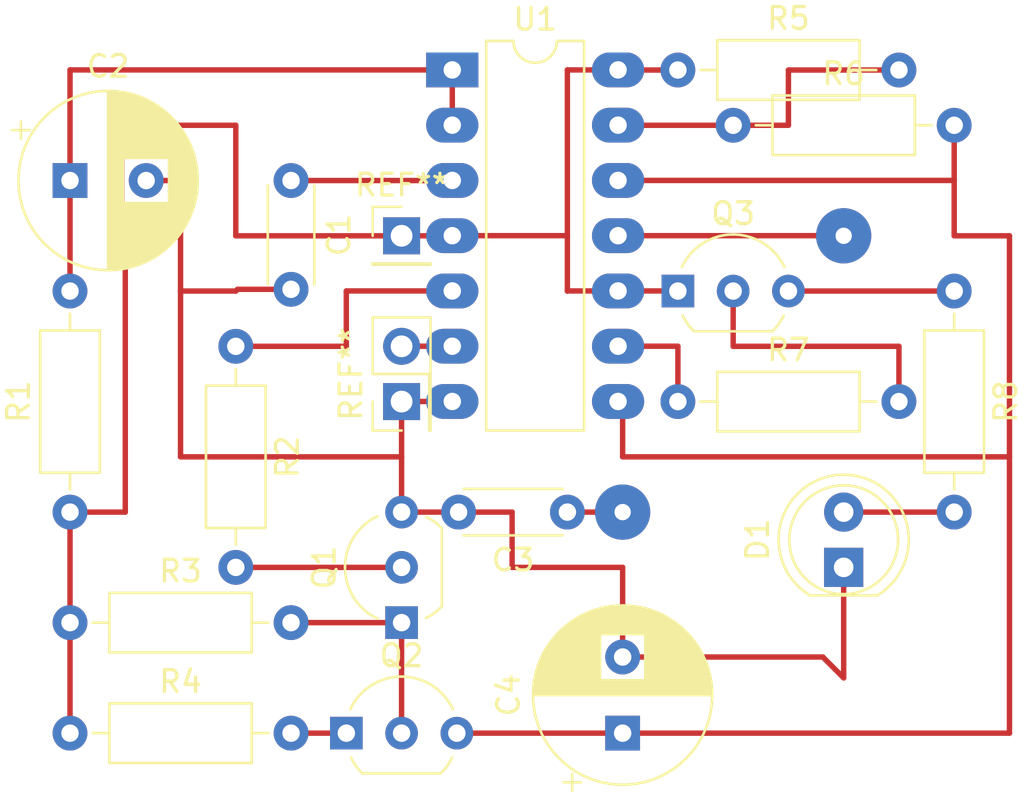
<source format=kicad_pcb>
(kicad_pcb (version 20211014) (generator pcbnew)
  (layers (0 "F.Cu" signal) (31 "B.Cu" signal) (34 "B.Paste" user) (35 "F.Paste" user) (36 "B.SilkS" user "B.Silkscreen") (37 "F.SilkS" user "F.Silkscreen") (38 "B.Mask" user) (39 "F.Mask" user) (44 "Edge.Cuts" user))
  (net 0 "")
  (net 1 "Net-(C1-Pad1)")
  (net 2 "GND")
  (net 3 "Net-(C2-Pad1)")
  (net 4 "Net-(C3-Pad1)")
  (net 5 "Net-(C4-Pad1)")
  (net 6 "Net-(D1-Pad2)")
  (net 7 "Net-(Q1-Pad1)")
  (net 8 "Net-(Q1-Pad2)")
  (net 9 "Net-(Q2-Pad1)")
  (net 10 "+5V")
  (net 11 "Net-(Q3-Pad2)")
  (net 12 "Net-(Q3-Pad3)")
  (net 13 "Net-(R2-Pad1)")
  (net 14 "Net-(R5-Pad2)")
  (net 15 "Net-(R7-Pad1)")
  (net 16 "Net-(U1-Pad6)")
  (footprint "Resistor_THT:R_Axial_DIN0207_L6.3mm_D2.5mm_P10.16mm_Horizontal" (layer "F.Cu") (at 124.46 93.98)
    (fp_text reference "R4" (at 5.08 -2.37) (layer "F.SilkS"))
    (fp_text value "1k")
    (fp_line (start 8.35 1.37) (end 8.35 -1.37) (layer "F.SilkS") (width 0.12))
    (fp_line (start 9.12 0) (end 8.35 0) (layer "F.SilkS") (width 0.12))
    (fp_line (start 1.81 -1.37) (end 1.81 1.37) (layer "F.SilkS") (width 0.12))
    (fp_line (start 1.81 1.37) (end 8.35 1.37) (layer "F.SilkS") (width 0.12))
    (fp_line (start 1.04 0) (end 1.81 0) (layer "F.SilkS") (width 0.12))
    (fp_line (start 8.35 -1.37) (end 1.81 -1.37) (layer "F.SilkS") (width 0.12))
    (pad "1" thru_hole circle (at 0 0) (size 1.6 1.6) (drill 0.8) (layers *.Cu *.Mask) (net 10 "+5V"))
    (pad "2" thru_hole oval (at 10.16 0) (size 1.6 1.6) (drill 0.8) (layers *.Cu *.Mask) (net 9 "Net-(Q2-Pad1)"))
  )
  (footprint "Resistor_THT:R_Axial_DIN0207_L6.3mm_D2.5mm_P10.16mm_Horizontal" (layer "F.Cu") (at 152.4 63.5)
    (fp_text reference "R5" (at 5.08 -2.37) (layer "F.SilkS"))
    (fp_text value "680")
    (fp_line (start 1.81 1.37) (end 8.35 1.37) (layer "F.SilkS") (width 0.12))
    (fp_line (start 1.04 0) (end 1.81 0) (layer "F.SilkS") (width 0.12))
    (fp_line (start 8.35 1.37) (end 8.35 -1.37) (layer "F.SilkS") (width 0.12))
    (fp_line (start 8.35 -1.37) (end 1.81 -1.37) (layer "F.SilkS") (width 0.12))
    (fp_line (start 9.12 0) (end 8.35 0) (layer "F.SilkS") (width 0.12))
    (fp_line (start 1.81 -1.37) (end 1.81 1.37) (layer "F.SilkS") (width 0.12))
    (pad "1" thru_hole circle (at 0 0) (size 1.6 1.6) (drill 0.8) (layers *.Cu *.Mask) (net 10 "+5V"))
    (pad "2" thru_hole oval (at 10.16 0) (size 1.6 1.6) (drill 0.8) (layers *.Cu *.Mask) (net 14 "Net-(R5-Pad2)"))
  )
  (footprint "Package_TO_SOT_THT:TO-92_Inline_Wide" (layer "F.Cu") (at 137.16 93.98)
    (fp_text reference "Q2" (at 2.54 -3.56) (layer "F.SilkS"))
    (fp_text value "BC337")
    (fp_line (start 0.74 1.85) (end 4.34 1.85) (layer "F.SilkS") (width 0.12))
    (fp_arc (start 2.54 -2.6) (mid 3.936979 -2.192818) (end 4.8964 -1.098807) (layer "F.SilkS") (width 0.12))
    (fp_arc (start 4.864184 1.122795) (mid 4.633903 1.509328) (end 4.34 1.85) (layer "F.SilkS") (width 0.12))
    (fp_arc (start 0.1836 -1.098807) (mid 1.143021 -2.192817) (end 2.54 -2.6) (layer "F.SilkS") (width 0.12))
    (fp_arc (start 0.74 1.85) (mid 0.446097 1.509328) (end 0.215816 1.122795) (layer "F.SilkS") (width 0.12))
    (pad "1" thru_hole rect (at 0 0) (size 1.5 1.5) (drill 0.8) (layers *.Cu *.Mask) (net 9 "Net-(Q2-Pad1)"))
    (pad "2" thru_hole circle (at 2.54 0) (size 1.5 1.5) (drill 0.8) (layers *.Cu *.Mask) (net 7 "Net-(Q1-Pad1)"))
    (pad "3" thru_hole circle (at 5.08 0) (size 1.5 1.5) (drill 0.8) (layers *.Cu *.Mask) (net 5 "Net-(C4-Pad1)"))
  )
  (footprint "Connector_PinHeader_2.54mm:PinHeader_1x01_P2.54mm_Vertical" (layer "F.Cu") (at 139.7 71.12)
    (fp_text reference "REF**" (at 0 -2.33) (layer "F.SilkS"))
    (fp_text value "PinHeader_1x01_P2.54mm_Vertical")
    (fp_line (start -1.33 1.27) (end 1.33 1.27) (layer "F.SilkS") (width 0.12))
    (fp_line (start -1.33 -1.33) (end 0 -1.33) (layer "F.SilkS") (width 0.12))
    (fp_line (start -1.33 1.33) (end 1.33 1.33) (layer "F.SilkS") (width 0.12))
    (fp_line (start -1.33 0) (end -1.33 -1.33) (layer "F.SilkS") (width 0.12))
    (fp_line (start 1.33 1.27) (end 1.33 1.33) (layer "F.SilkS") (width 0.12))
    (fp_line (start -1.33 1.27) (end -1.33 1.33) (layer "F.SilkS") (width 0.12))
    (pad "1" thru_hole rect (at 0 0) (size 1.7 1.7) (drill 1) (layers *.Cu *.Mask) (net 10 "+5V"))
  )
  (footprint "Resistor_THT:R_Axial_DIN0207_L6.3mm_D2.5mm_P10.16mm_Horizontal" (layer "F.Cu") (at 124.46 83.82 90)
    (fp_text reference "R1" (at 5.08 -2.37 90) (layer "F.SilkS"))
    (fp_text value "33k")
    (fp_line (start 1.04 0) (end 1.81 0) (layer "F.SilkS") (width 0.12))
    (fp_line (start 9.12 0) (end 8.35 0) (layer "F.SilkS") (width 0.12))
    (fp_line (start 8.35 -1.37) (end 1.81 -1.37) (layer "F.SilkS") (width 0.12))
    (fp_line (start 8.35 1.37) (end 8.35 -1.37) (layer "F.SilkS") (width 0.12))
    (fp_line (start 1.81 -1.37) (end 1.81 1.37) (layer "F.SilkS") (width 0.12))
    (fp_line (start 1.81 1.37) (end 8.35 1.37) (layer "F.SilkS") (width 0.12))
    (pad "1" thru_hole circle (at 0 0 90) (size 1.6 1.6) (drill 0.8) (layers *.Cu *.Mask) (net 10 "+5V"))
    (pad "2" thru_hole oval (at 10.16 0 90) (size 1.6 1.6) (drill 0.8) (layers *.Cu *.Mask) (net 3 "Net-(C2-Pad1)"))
  )
  (footprint "Resistor_THT:R_Axial_DIN0207_L6.3mm_D2.5mm_P10.16mm_Horizontal" (layer "F.Cu") (at 154.94 66.04)
    (fp_text reference "R6" (at 5.08 -2.37) (layer "F.SilkS"))
    (fp_text value "2.2k")
    (fp_line (start 1.81 -1.37) (end 1.81 1.37) (layer "F.SilkS") (width 0.12))
    (fp_line (start 8.35 1.37) (end 8.35 -1.37) (layer "F.SilkS") (width 0.12))
    (fp_line (start 9.12 0) (end 8.35 0) (layer "F.SilkS") (width 0.12))
    (fp_line (start 1.04 0) (end 1.81 0) (layer "F.SilkS") (width 0.12))
    (fp_line (start 8.35 -1.37) (end 1.81 -1.37) (layer "F.SilkS") (width 0.12))
    (fp_line (start 1.81 1.37) (end 8.35 1.37) (layer "F.SilkS") (width 0.12))
    (pad "1" thru_hole circle (at 0 0) (size 1.6 1.6) (drill 0.8) (layers *.Cu *.Mask) (net 14 "Net-(R5-Pad2)"))
    (pad "2" thru_hole oval (at 10.16 0) (size 1.6 1.6) (drill 0.8) (layers *.Cu *.Mask) (net 5 "Net-(C4-Pad1)"))
  )
  (footprint "Connector_PinHeader_2.54mm:PinHeader_2x01_P2.54mm_Vertical" (layer "F.Cu") (at 139.7 78.74 90)
    (fp_text reference "REF**" (at 1.27 -2.33 90) (layer "F.SilkS"))
    (fp_text value "PinHeader_2x01_P2.54mm_Vertical")
    (fp_line (start 3.87 -1.33) (end 3.87 1.33) (layer "F.SilkS") (width 0.12))
    (fp_line (start -1.33 0) (end -1.33 -1.33) (layer "F.SilkS") (width 0.12))
    (fp_line (start -1.33 1.27) (end 1.27 1.27) (layer "F.SilkS") (width 0.12))
    (fp_line (start 1.27 1.27) (end 1.27 -1.33) (layer "F.SilkS") (width 0.12))
    (fp_line (start 1.27 -1.33) (end 3.87 -1.33) (layer "F.SilkS") (width 0.12))
    (fp_line (start -1.33 1.33) (end 3.87 1.33) (layer "F.SilkS") (width 0.12))
    (fp_line (start -1.33 -1.33) (end 0 -1.33) (layer "F.SilkS") (width 0.12))
    (fp_line (start -1.33 1.27) (end -1.33 1.33) (layer "F.SilkS") (width 0.12))
    (pad "1" thru_hole rect (at 0 0 90) (size 1.7 1.7) (drill 1) (layers *.Cu *.Mask) (net 2 "GND"))
    (pad "2" thru_hole oval (at 2.54 0 90) (size 1.7 1.7) (drill 1) (layers *.Cu *.Mask) (net 16 "Net-(U1-Pad6)"))
  )
  (footprint "Resistor_THT:R_Axial_DIN0207_L6.3mm_D2.5mm_P10.16mm_Horizontal" (layer "F.Cu") (at 152.4 78.74)
    (fp_text reference "R7" (at 5.08 -2.37) (layer "F.SilkS"))
    (fp_text value "1k")
    (fp_line (start 1.81 1.37) (end 8.35 1.37) (layer "F.SilkS") (width 0.12))
    (fp_line (start 8.35 -1.37) (end 1.81 -1.37) (layer "F.SilkS") (width 0.12))
    (fp_line (start 1.81 -1.37) (end 1.81 1.37) (layer "F.SilkS") (width 0.12))
    (fp_line (start 8.35 1.37) (end 8.35 -1.37) (layer "F.SilkS") (width 0.12))
    (fp_line (start 9.12 0) (end 8.35 0) (layer "F.SilkS") (width 0.12))
    (fp_line (start 1.04 0) (end 1.81 0) (layer "F.SilkS") (width 0.12))
    (pad "1" thru_hole circle (at 0 0) (size 1.6 1.6) (drill 0.8) (layers *.Cu *.Mask) (net 15 "Net-(R7-Pad1)"))
    (pad "2" thru_hole oval (at 10.16 0) (size 1.6 1.6) (drill 0.8) (layers *.Cu *.Mask) (net 11 "Net-(Q3-Pad2)"))
  )
  (footprint "Capacitor_THT:C_Disc_D4.3mm_W1.9mm_P5.00mm" (layer "F.Cu") (at 147.32 83.82 180)
    (fp_text reference "C3" (at 2.5 -2.2) (layer "F.SilkS"))
    (fp_text value "0.01uF")
    (fp_line (start 0.23 -1.07) (end 0.23 -1.055) (layer "F.SilkS") (width 0.12))
    (fp_line (start 4.77 -1.07) (end 4.77 -1.055) (layer "F.SilkS") (width 0.12))
    (fp_line (start 0.23 -1.07) (end 4.77 -1.07) (layer "F.SilkS") (width 0.12))
    (fp_line (start 4.77 1.055) (end 4.77 1.07) (layer "F.SilkS") (width 0.12))
    (fp_line (start 0.23 1.055) (end 0.23 1.07) (layer "F.SilkS") (width 0.12))
    (fp_line (start 0.23 1.07) (end 4.77 1.07) (layer "F.SilkS") (width 0.12))
    (pad "1" thru_hole circle (at 0 0 180) (size 1.6 1.6) (drill 0.8) (layers *.Cu *.Mask) (net 4 "Net-(C3-Pad1)"))
    (pad "2" thru_hole circle (at 5 0 180) (size 1.6 1.6) (drill 0.8) (layers *.Cu *.Mask) (net 2 "GND"))
  )
  (footprint "Capacitor_THT:CP_Radial_D8.0mm_P3.50mm" (layer "F.Cu") (at 124.46 68.58)
    (fp_text reference "C2" (at 1.75 -5.25) (layer "F.SilkS"))
    (fp_text value "470uF")
    (fp_line (start 2.671 -3.976) (end 2.671 -1.04) (layer "F.SilkS") (width 0.12))
    (fp_line (start 2.791 1.04) (end 2.791 3.947) (layer "F.SilkS") (width 0.12))
    (fp_line (start 2.471 -4.017) (end 2.471 -1.04) (layer "F.SilkS") (width 0.12))
    (fp_line (start 4.431 1.04) (end 4.431 3.09) (layer "F.SilkS") (width 0.12))
    (fp_line (start 2.911 1.04) (end 2.911 3.914) (layer "F.SilkS") (width 0.12))
    (fp_line (start 3.351 -3.757) (end 3.351 -1.04) (layer "F.SilkS") (width 0.12))
    (fp_line (start 4.271 1.04) (end 4.271 3.22) (layer "F.SilkS") (width 0.12))
    (fp_line (start 2.11 -4.065) (end 2.11 4.065) (layer "F.SilkS") (width 0.12))
    (fp_line (start 5.431 -1.813) (end 5.431 1.813) (layer "F.SilkS") (width 0.12))
    (fp_line (start 2.591 1.04) (end 2.591 3.994) (layer "F.SilkS") (width 0.12))
    (fp_line (start 4.711 -2.826) (end 4.711 2.826) (layer "F.SilkS") (width 0.12))
    (fp_line (start 4.751 -2.784) (end 4.751 2.784) (layer "F.SilkS") (width 0.12))
    (fp_line (start 3.271 -3.79) (end 3.271 -1.04) (layer "F.SilkS") (width 0.12))
    (fp_line (start 1.75 -4.08) (end 1.75 4.08) (layer "F.SilkS") (width 0.12))
    (fp_line (start 1.91 -4.077) (end 1.91 4.077) (layer "F.SilkS") (width 0.12))
    (fp_line (start 3.551 1.04) (end 3.551 3.666) (layer "F.SilkS") (width 0.12))
    (fp_line (start 4.311 1.04) (end 4.311 3.189) (layer "F.SilkS") (width 0.12))
    (fp_line (start 5.631 -1.346) (end 5.631 1.346) (layer "F.SilkS") (width 0.12))
    (fp_line (start 3.791 -3.54) (end 3.791 -1.04) (layer "F.SilkS") (width 0.12))
    (fp_line (start 2.19 -4.057) (end 2.19 4.057) (layer "F.SilkS") (width 0.12))
    (fp_line (start 5.711 -1.098) (end 5.711 1.098) (layer "F.SilkS") (width 0.12))
    (fp_line (start 4.911 -2.604) (end 4.911 2.604) (layer "F.SilkS") (width 0.12))
    (fp_line (start 3.951 1.04) (end 3.951 3.444) (layer "F.SilkS") (width 0.12))
    (fp_line (start 4.391 1.04) (end 4.391 3.124) (layer "F.SilkS") (width 0.12))
    (fp_line (start 3.591 1.04) (end 3.591 3.647) (layer "F.SilkS") (width 0.12))
    (fp_line (start 3.311 1.04) (end 3.311 3.774) (layer "F.SilkS") (width 0.12))
    (fp_line (start 5.111 -2.345) (end 5.111 2.345) (layer "F.SilkS") (width 0.12))
    (fp_line (start 3.391 -3.74) (end 3.391 -1.04) (layer "F.SilkS") (width 0.12))
    (fp_line (start 3.751 1.04) (end 3.751 3.562) (layer "F.SilkS") (width 0.12))
    (fp_line (start 4.671 -2.867) (end 4.671 2.867) (layer "F.SilkS") (width 0.12))
    (fp_line (start 3.231 1.04) (end 3.231 3.805) (layer "F.SilkS") (width 0.12))
    (fp_line (start 3.471 -3.704) (end 3.471 -1.04) (layer "F.SilkS") (width 0.12))
    (fp_line (start 5.591 -1.453) (end 5.591 1.453) (layer "F.SilkS") (width 0.12))
    (fp_line (start 2.07 -4.068) (end 2.07 4.068) (layer "F.SilkS") (width 0.12))
    (fp_line (start 3.071 -3.863) (end 3.071 -1.04) (layer "F.SilkS") (width 0.12))
    (fp_line (start 5.351 -1.964) (end 5.351 1.964) (layer "F.SilkS") (width 0.12))
    (fp_line (start 5.391 -1.89) (end 5.391 1.89) (layer "F.SilkS") (width 0.12))
    (fp_line (start 3.751 -3.562) (end 3.751 -1.04) (layer "F.SilkS") (width 0.12))
    (fp_line (start 5.231 -2.166) (end 5.231 2.166) (layer "F.SilkS") (width 0.12))
    (fp_line (start 4.071 1.04) (end 4.071 3.365) (layer "F.SilkS") (width 0.12))
    (fp_line (start 2.511 1.04) (end 2.511 4.01) (layer "F.SilkS") (width 0.12))
    (fp_line (start 4.511 1.04) (end 4.511 3.019) (layer "F.SilkS") (width 0.12))
    (fp_line (start 5.671 -1.229) (end 5.671 1.229) (layer "F.SilkS") (width 0.12))
    (fp_line (start 2.991 1.04) (end 2.991 3.889) (layer "F.SilkS") (width 0.12))
    (fp_line (start 2.791 -3.947) (end 2.791 -1.04) (layer "F.SilkS") (width 0.12))
    (fp_line (start 4.871 -2.651) (end 4.871 2.651) (layer "F.SilkS") (width 0.12))
    (fp_line (start 2.35 -4.037) (end 2.35 4.037) (layer "F.SilkS") (width 0.12))
    (fp_line (start 4.031 1.04) (end 4.031 3.392) (layer "F.SilkS") (width 0.12))
    (fp_line (start 4.111 -3.338) (end 4.111 -1.04) (layer "F.SilkS") (width 0.12))
    (fp_line (start 4.391 -3.124) (end 4.391 -1.04) (layer "F.SilkS") (width 0.12))
    (fp_line (start 2.951 -3.902) (end 2.951 -1.04) (layer "F.SilkS") (width 0.12))
    (fp_line (start 3.471 1.04) (end 3.471 3.704) (layer "F.SilkS") (width 0.12))
    (fp_line (start 5.791 -0.768) (end 5.791 0.768) (layer "F.SilkS") (width 0.12))
    (fp_line (start 3.031 -3.877) (end 3.031 -1.04) (layer "F.SilkS") (width 0.12))
    (fp_line (start 3.711 -3.584) (end 3.711 -1.04) (layer "F.SilkS") (width 0.12))
    (fp_line (start 3.711 1.04) (end 3.711 3.584) (layer "F.SilkS") (width 0.12))
    (fp_line (start 2.39 -4.03) (end 2.39 4.03) (layer "F.SilkS") (width 0.12))
    (fp_line (start 5.151 -2.287) (end 5.151 2.287) (layer "F.SilkS") (width 0.12))
    (fp_line (start 5.031 -2.454) (end 5.031 2.454) (layer "F.SilkS") (width 0.12))
    (fp_line (start 1.99 -4.074) (end 1.99 4.074) (layer "F.SilkS") (width 0.12))
    (fp_line (start 5.751 -0.948) (end 5.751 0.948) (layer "F.SilkS") (width 0.12))
    (fp_line (start 4.511 -3.019) (end 4.511 -1.04) (layer "F.SilkS") (width 0.12))
    (fp_line (start 3.191 -3.821) (end 3.191 -1.04) (layer "F.SilkS") (width 0.12))
    (fp_line (start 2.671 1.04) (end 2.671 3.976) (layer "F.SilkS") (width 0.12))
    (fp_line (start 4.151 1.04) (end 4.151 3.309) (layer "F.SilkS") (width 0.12))
    (fp_line (start 2.871 -3.925) (end 2.871 -1.04) (layer "F.SilkS") (width 0.12))
    (fp_line (start 1.79 -4.08) (end 1.79 4.08) (layer "F.SilkS") (width 0.12))
    (fp_line (start 2.15 -4.061) (end 2.15 4.061) (layer "F.SilkS") (width 0.12))
    (fp_line (start 2.911 -3.914) (end 2.911 -1.04) (layer "F.SilkS") (width 0.12))
    (fp_line (start 3.351 1.04) (end 3.351 3.757) (layer "F.SilkS") (width 0.12))
    (fp_line (start 4.111 1.04) (end 4.111 3.338) (layer "F.SilkS") (width 0.12))
    (fp_line (start 2.43 -4.024) (end 2.43 4.024) (layer "F.SilkS") (width 0.12))
    (fp_line (start 3.431 -3.722) (end 3.431 -1.04) (layer "F.SilkS") (width 0.12))
    (fp_line (start 3.071 1.04) (end 3.071 3.863) (layer "F.SilkS") (width 0.12))
    (fp_line (start 2.23 -4.052) (end 2.23 4.052) (layer "F.SilkS") (width 0.12))
    (fp_line (start 3.671 1.04) (end 3.671 3.606) (layer "F.SilkS") (width 0.12))
    (fp_line (start 4.831 -2.697) (end 4.831 2.697) (layer "F.SilkS") (width 0.12))
    (fp_line (start 3.991 1.04) (end 3.991 3.418) (layer "F.SilkS") (width 0.12))
    (fp_line (start 2.711 -3.967) (end 2.711 -1.04) (layer "F.SilkS") (width 0.12))
    (fp_line (start 3.271 1.04) (end 3.271 3.79) (layer "F.SilkS") (width 0.12))
    (fp_line (start 4.311 -3.189) (end 4.311 -1.04) (layer "F.SilkS") (width 0.12))
    (fp_line (start 4.471 -3.055) (end 4.471 -1.04) (layer "F.SilkS") (width 0.12))
    (fp_line (start 2.551 -4.002) (end 2.551 -1.04) (layer "F.SilkS") (width 0.12))
    (fp_line (start 3.231 -3.805) (end 3.231 -1.04) (layer "F.SilkS") (width 0.12))
    (fp_line (start 4.631 -2.907) (end 4.631 2.907) (layer "F.SilkS") (width 0.12))
    (fp_line (start 3.111 1.04) (end 3.111 3.85) (layer "F.SilkS") (width 0.12))
    (fp_line (start 3.591 -3.647) (end 3.591 -1.04) (layer "F.SilkS") (width 0.12))
    (fp_line (start 4.351 -3.156) (end 4.351 -1.04) (layer "F.SilkS") (width 0.12))
    (fp_line (start 2.831 1.04) (end 2.831 3.936) (layer "F.SilkS") (width 0.12))
    (fp_line (start 3.831 1.04) (end 3.831 3.517) (layer "F.SilkS") (width 0.12))
    (fp_line (start 3.551 -3.666) (end 3.551 -1.04) (layer "F.SilkS") (width 0.12))
    (fp_line (start 2.511 -4.01) (end 2.511 -1.04) (layer "F.SilkS") (width 0.12))
    (fp_line (start 2.831 -3.936) (end 2.831 -1.04) (layer "F.SilkS") (width 0.12))
    (fp_line (start 3.631 1.04) (end 3.631 3.627) (layer "F.SilkS") (width 0.12))
    (fp_line (start 4.191 1.04) (end 4.191 3.28) (layer "F.SilkS") (width 0.12))
    (fp_line (start 4.951 -2.556) (end 4.951 2.556) (layer "F.SilkS") (width 0.12))
    (fp_line (start 3.991 -3.418) (end 3.991 -1.04) (layer "F.SilkS") (width 0.12))
    (fp_line (start 2.751 -3.957) (end 2.751 -1.04) (layer "F.SilkS") (width 0.12))
    (fp_line (start 3.791 1.04) (end 3.791 3.54) (layer "F.SilkS") (width 0.12))
    (fp_line (start 4.231 -3.25) (end 4.231 -1.04) (layer "F.SilkS") (width 0.12))
    (fp_line (start 3.511 1.04) (end 3.511 3.686) (layer "F.SilkS") (width 0.12))
    (fp_line (start 1.83 -4.08) (end 1.83 4.08) (layer "F.SilkS") (width 0.12))
    (fp_line (start 4.151 -3.309) (end 4.151 -1.04) (layer "F.SilkS") (width 0.12))
    (fp_line (start 3.391 1.04) (end 3.391 3.74) (layer "F.SilkS") (width 0.12))
    (fp_line (start 3.871 1.04) (end 3.871 3.493) (layer "F.SilkS") (width 0.12))
    (fp_line (start 3.031 1.04) (end 3.031 3.877) (layer "F.SilkS") (width 0.12))
    (fp_line (start 2.471 1.04) (end 2.471 4.017) (layer "F.SilkS") (width 0.12))
    (fp_line (start 4.231 1.04) (end 4.231 3.25) (layer "F.SilkS") (width 0.12))
    (fp_line (start 5.271 -2.102) (end 5.271 2.102) (layer "F.SilkS") (width 0.12))
    (fp_line (start 2.591 -3.994) (end 2.591 -1.04) (layer "F.SilkS") (width 0.12))
    (fp_line (start 2.551 1.04) (end 2.551 4.002) (layer "F.SilkS") (width 0.12))
    (fp_line (start 3.111 -3.85) (end 3.111 -1.04) (layer "F.SilkS") (width 0.12))
    (fp_line (start 5.511 -1.645) (end 5.511 1.645) (layer "F.SilkS") (width 0.12))
    (fp_line (start 2.31 -4.042) (end 2.31 4.042) (layer "F.SilkS") (width 0.12))
    (fp_line (start 4.031 -3.392) (end 4.031 -1.04) (layer "F.SilkS") (width 0.12))
    (fp_line (start 5.831 -0.533) (end 5.831 0.533) (layer "F.SilkS") (width 0.12))
    (fp_line (start 3.911 -3.469) (end 3.911 -1.04) (layer "F.SilkS") (width 0.12))
    (fp_line (start 4.791 -2.741) (end 4.791 2.741) (layer "F.SilkS") (width 0.12))
    (fp_line (start 4.591 -2.945) (end 4.591 2.945) (layer "F.SilkS") (width 0.12))
    (fp_line (start 5.191 -2.228) (end 5.191 2.228) (layer "F.SilkS") (width 0.12))
    (fp_line (start 4.551 -2.983) (end 4.551 2.983) (layer "F.SilkS") (width 0.12))
    (fp_line (start 4.431 -3.09) (end 4.431 -1.04) (layer "F.SilkS") (width 0.12))
    (fp_line (start 1.95 -4.076) (end 1.95 4.076) (layer "F.SilkS") (width 0.12))
    (fp_line (start 4.191 -3.28) (end 4.191 -1.04) (layer "F.SilkS") (width 0.12))
    (fp_line (start 3.511 -3.686) (end 3.511 -1.04) (layer "F.SilkS") (width 0.12))
    (fp_line (start 1.87 -4.079) (end 1.87 4.079) (layer "F.SilkS") (width 0.12))
    (fp_line (start 3.191 1.04) (end 3.191 3.821) (layer "F.SilkS") (width 0.12))
    (fp_line (start 2.27 -4.048) (end 2.27 4.048) (layer "F.SilkS") (width 0.12))
    (fp_line (start 3.431 1.04) (end 3.431 3.722) (layer "F.SilkS") (width 0.12))
    (fp_line (start 3.151 1.04) (end 3.151 3.835) (layer "F.SilkS") (width 0.12))
    (fp_line (start 2.991 -3.889) (end 2.991 -1.04) (layer "F.SilkS") (width 0.12))
    (fp_line (start 3.151 -3.835) (end 3.151 -1.04) (layer "F.SilkS") (width 0.12))
    (fp_line (start 3.671 -3.606) (end 3.671 -1.04) (layer "F.SilkS") (width 0.12))
    (fp_line (start 4.351 1.04) (end 4.351 3.156) (layer "F.SilkS") (width 0.12))
    (fp_line (start -2.259698 -2.715) (end -2.259698 -1.915) (layer "F.SilkS") (width 0.12))
    (fp_line (start 3.831 -3.517) (end 3.831 -1.04) (layer "F.SilkS") (width 0.12))
    (fp_line (start 2.631 -3.985) (end 2.631 -1.04) (layer "F.SilkS") (width 0.12))
    (fp_line (start 3.631 -3.627) (end 3.631 -1.04) (layer "F.SilkS") (width 0.12))
    (fp_line (start 4.071 -3.365) (end 4.071 -1.04) (layer "F.SilkS") (width 0.12))
    (fp_line (start 3.911 1.04) (end 3.911 3.469) (layer "F.SilkS") (width 0.12))
    (fp_line (start 5.551 -1.552) (end 5.551 1.552) (layer "F.SilkS") (width 0.12))
    (fp_line (start 5.471 -1.731) (end 5.471 1.731) (layer "F.SilkS") (width 0.12))
    (fp_line (start 3.311 -3.774) (end 3.311 -1.04) (layer "F.SilkS") (width 0.12))
    (fp_line (start 3.871 -3.493) (end 3.871 -1.04) (layer "F.SilkS") (width 0.12))
    (fp_line (start 4.991 -2.505) (end 4.991 2.505) (layer "F.SilkS") (width 0.12))
    (fp_line (start 2.751 1.04) (end 2.751 3.957) (layer "F.SilkS") (width 0.12))
    (fp_line (start 4.271 -3.22) (end 4.271 -1.04) (layer "F.SilkS") (width 0.12))
    (fp_line (start 2.711 1.04) (end 2.711 3.967) (layer "F.SilkS") (width 0.12))
    (fp_line (start 3.951 -3.444) (end 3.951 -1.04) (layer "F.SilkS") (width 0.12))
    (fp_line (start 2.631 1.04) (end 2.631 3.985) (layer "F.SilkS") (width 0.12))
    (fp_line (start 4.471 1.04) (end 4.471 3.055) (layer "F.SilkS") (width 0.12))
    (fp_line (start -2.659698 -2.315) (end -1.859698 -2.315) (layer "F.SilkS") (width 0.12))
    (fp_line (start 2.951 1.04) (end 2.951 3.902) (layer "F.SilkS") (width 0.12))
    (fp_line (start 2.871 1.04) (end 2.871 3.925) (layer "F.SilkS") (width 0.12))
    (fp_line (start 2.03 -4.071) (end 2.03 4.071) (layer "F.SilkS") (width 0.12))
    (fp_line (start 5.311 -2.034) (end 5.311 2.034) (layer "F.SilkS") (width 0.12))
    (fp_line (start 5.071 -2.4) (end 5.071 2.4) (layer "F.SilkS") (width 0.12))
    (fp_circle (center 1.75 0) (end 5.87 0) (layer "F.SilkS") (width 0.12) (fill none))
    (pad "1" thru_hole rect (at 0 0) (size 1.6 1.6) (drill 0.8) (layers *.Cu *.Mask) (net 3 "Net-(C2-Pad1)"))
    (pad "2" thru_hole circle (at 3.5 0) (size 1.6 1.6) (drill 0.8) (layers *.Cu *.Mask) (net 2 "GND"))
  )
  (footprint "Resistor_THT:R_Axial_DIN0207_L6.3mm_D2.5mm_P10.16mm_Horizontal" (layer "F.Cu") (at 165.1 73.66 -90)
    (fp_text reference "R8" (at 5.08 -2.37 90) (layer "F.SilkS"))
    (fp_text value "1k")
    (fp_line (start 1.81 1.37) (end 8.35 1.37) (layer "F.SilkS") (width 0.12))
    (fp_line (start 8.35 -1.37) (end 1.81 -1.37) (layer "F.SilkS") (width 0.12))
    (fp_line (start 1.04 0) (end 1.81 0) (layer "F.SilkS") (width 0.12))
    (fp_line (start 8.35 1.37) (end 8.35 -1.37) (layer "F.SilkS") (width 0.12))
    (fp_line (start 9.12 0) (end 8.35 0) (layer "F.SilkS") (width 0.12))
    (fp_line (start 1.81 -1.37) (end 1.81 1.37) (layer "F.SilkS") (width 0.12))
    (pad "1" thru_hole circle (at 0 0 270) (size 1.6 1.6) (drill 0.8) (layers *.Cu *.Mask) (net 12 "Net-(Q3-Pad3)"))
    (pad "2" thru_hole oval (at 10.16 0 270) (size 1.6 1.6) (drill 0.8) (layers *.Cu *.Mask) (net 6 "Net-(D1-Pad2)"))
  )
  (footprint "Package_TO_SOT_THT:TO-92_Inline_Wide" (layer "F.Cu") (at 139.7 88.9 90)
    (fp_text reference "Q1" (at 2.54 -3.56 90) (layer "F.SilkS"))
    (fp_text value "BC337")
    (fp_line (start 0.74 1.85) (end 4.34 1.85) (layer "F.SilkS") (width 0.12))
    (fp_arc (start 0.74 1.85) (mid 0.446097 1.509328) (end 0.215816 1.122795) (layer "F.SilkS") (width 0.12))
    (fp_arc (start 4.864184 1.122795) (mid 4.633903 1.509328) (end 4.34 1.85) (layer "F.SilkS") (width 0.12))
    (fp_arc (start 2.54 -2.6) (mid 3.936979 -2.192818) (end 4.8964 -1.098807) (layer "F.SilkS") (width 0.12))
    (fp_arc (start 0.1836 -1.098807) (mid 1.143021 -2.192817) (end 2.54 -2.6) (layer "F.SilkS") (width 0.12))
    (pad "1" thru_hole rect (at 0 0 90) (size 1.5 1.5) (drill 0.8) (layers *.Cu *.Mask) (net 7 "Net-(Q1-Pad1)"))
    (pad "2" thru_hole circle (at 2.54 0 90) (size 1.5 1.5) (drill 0.8) (layers *.Cu *.Mask) (net 8 "Net-(Q1-Pad2)"))
    (pad "3" thru_hole circle (at 5.08 0 90) (size 1.5 1.5) (drill 0.8) (layers *.Cu *.Mask) (net 2 "GND"))
  )
  (footprint "LED_THT:LED_D5.0mm_IRBlack" (layer "F.Cu") (at 160.02 86.36 90)
    (fp_text reference "D1" (at 1.27 -3.96 90) (layer "F.SilkS"))
    (fp_text value "LED")
    (fp_line (start -1.29 -1.545) (end -1.29 1.545) (layer "F.SilkS") (width 0.12))
    (fp_arc (start 4.26 -0.000462) (mid 2.072002 2.880433) (end -1.29 1.54483) (layer "F.SilkS") (width 0.12))
    (fp_arc (start -1.29 -1.54483) (mid 2.072002 -2.880433) (end 4.26 0.000462) (layer "F.SilkS") (width 0.12))
    (fp_circle (center 1.27 0) (end 3.77 0) (layer "F.SilkS") (width 0.12) (fill none))
    (pad "1" thru_hole rect (at 0 0 90) (size 1.8 1.8) (drill 0.9) (layers *.Cu *.Mask) (net 2 "GND"))
    (pad "2" thru_hole circle (at 2.54 0 90) (size 1.8 1.8) (drill 0.9) (layers *.Cu *.Mask) (net 6 "Net-(D1-Pad2)"))
  )
  (footprint "Package_DIP:DIP-14_W7.62mm_LongPads" (layer "F.Cu") (at 142.03 63.495)
    (fp_text reference "U1" (at 3.81 -2.33) (layer "F.SilkS"))
    (fp_text value "NE556")
    (fp_line (start 6.06 -1.33) (end 4.81 -1.33) (layer "F.SilkS") (width 0.12))
    (fp_line (start 1.56 16.57) (end 6.06 16.57) (layer "F.SilkS") (width 0.12))
    (fp_line (start 2.81 -1.33) (end 1.56 -1.33) (layer "F.SilkS") (width 0.12))
    (fp_line (start 6.06 16.57) (end 6.06 -1.33) (layer "F.SilkS") (width 0.12))
    (fp_line (start 1.56 -1.33) (end 1.56 16.57) (layer "F.SilkS") (width 0.12))
    (fp_arc (start 4.81 -1.33) (mid 3.81 -0.33) (end 2.81 -1.33) (layer "F.SilkS") (width 0.12))
    (pad "1" thru_hole rect (at 0 0) (size 2.4 1.6) (drill 0.8) (layers *.Cu *.Mask) (net 3 "Net-(C2-Pad1)"))
    (pad "2" thru_hole oval (at 0 2.54) (size 2.4 1.6) (drill 0.8) (layers *.Cu *.Mask) (net 3 "Net-(C2-Pad1)"))
    (pad "3" thru_hole oval (at 0 5.08) (size 2.4 1.6) (drill 0.8) (layers *.Cu *.Mask) (net 1 "Net-(C1-Pad1)"))
    (pad "4" thru_hole oval (at 0 7.62) (size 2.4 1.6) (drill 0.8) (layers *.Cu *.Mask) (net 10 "+5V"))
    (pad "5" thru_hole oval (at 0 10.16) (size 2.4 1.6) (drill 0.8) (layers *.Cu *.Mask) (net 13 "Net-(R2-Pad1)"))
    (pad "6" thru_hole oval (at 0 12.7) (size 2.4 1.6) (drill 0.8) (layers *.Cu *.Mask) (net 16 "Net-(U1-Pad6)"))
    (pad "7" thru_hole oval (at 0 15.24) (size 2.4 1.6) (drill 0.8) (layers *.Cu *.Mask) (net 2 "GND"))
    (pad "8" thru_hole oval (at 7.62 15.24) (size 2.4 1.6) (drill 0.8) (layers *.Cu *.Mask) (net 5 "Net-(C4-Pad1)"))
    (pad "9" thru_hole oval (at 7.62 12.7) (size 2.4 1.6) (drill 0.8) (layers *.Cu *.Mask) (net 15 "Net-(R7-Pad1)"))
    (pad "10" thru_hole oval (at 7.62 10.16) (size 2.4 1.6) (drill 0.8) (layers *.Cu *.Mask) (net 10 "+5V"))
    (pad "11" thru_hole oval (at 7.62 7.62) (size 2.4 1.6) (drill 0.8) (layers *.Cu *.Mask) (net 4 "Net-(C3-Pad1)"))
    (pad "12" thru_hole oval (at 7.62 5.08) (size 2.4 1.6) (drill 0.8) (layers *.Cu *.Mask) (net 5 "Net-(C4-Pad1)"))
    (pad "13" thru_hole oval (at 7.62 2.54) (size 2.4 1.6) (drill 0.8) (layers *.Cu *.Mask) (net 14 "Net-(R5-Pad2)"))
    (pad "14" thru_hole oval (at 7.62 0) (size 2.4 1.6) (drill 0.8) (layers *.Cu *.Mask) (net 10 "+5V"))
  )
  (footprint "Package_TO_SOT_THT:TO-92_Inline_Wide" (layer "F.Cu") (at 152.4 73.66)
    (fp_text reference "Q3" (at 2.54 -3.56) (layer "F.SilkS"))
    (fp_text value "BC337")
    (fp_line (start 0.74 1.85) (end 4.34 1.85) (layer "F.SilkS") (width 0.12))
    (fp_arc (start 2.54 -2.6) (mid 3.936979 -2.192818) (end 4.8964 -1.098807) (layer "F.SilkS") (width 0.12))
    (fp_arc (start 4.864184 1.122795) (mid 4.633903 1.509328) (end 4.34 1.85) (layer "F.SilkS") (width 0.12))
    (fp_arc (start 0.74 1.85) (mid 0.446097 1.509328) (end 0.215816 1.122795) (layer "F.SilkS") (width 0.12))
    (fp_arc (start 0.1836 -1.098807) (mid 1.143021 -2.192817) (end 2.54 -2.6) (layer "F.SilkS") (width 0.12))
    (pad "1" thru_hole rect (at 0 0) (size 1.5 1.5) (drill 0.8) (layers *.Cu *.Mask) (net 10 "+5V"))
    (pad "2" thru_hole circle (at 2.54 0) (size 1.5 1.5) (drill 0.8) (layers *.Cu *.Mask) (net 11 "Net-(Q3-Pad2)"))
    (pad "3" thru_hole circle (at 5.08 0) (size 1.5 1.5) (drill 0.8) (layers *.Cu *.Mask) (net 12 "Net-(Q3-Pad3)"))
  )
  (footprint "Resistor_THT:R_Axial_DIN0207_L6.3mm_D2.5mm_P10.16mm_Horizontal" (layer "F.Cu") (at 132.08 76.2 -90)
    (fp_text reference "R2" (at 5.08 -2.37 90) (layer "F.SilkS"))
    (fp_text value "1k")
    (fp_line (start 1.81 -1.37) (end 1.81 1.37) (layer "F.SilkS") (width 0.12))
    (fp_line (start 8.35 1.37) (end 8.35 -1.37) (layer "F.SilkS") (width 0.12))
    (fp_line (start 1.81 1.37) (end 8.35 1.37) (layer "F.SilkS") (width 0.12))
    (fp_line (start 9.12 0) (end 8.35 0) (layer "F.SilkS") (width 0.12))
    (fp_line (start 1.04 0) (end 1.81 0) (layer "F.SilkS") (width 0.12))
    (fp_line (start 8.35 -1.37) (end 1.81 -1.37) (layer "F.SilkS") (width 0.12))
    (pad "1" thru_hole circle (at 0 0 270) (size 1.6 1.6) (drill 0.8) (layers *.Cu *.Mask) (net 13 "Net-(R2-Pad1)"))
    (pad "2" thru_hole oval (at 10.16 0 270) (size 1.6 1.6) (drill 0.8) (layers *.Cu *.Mask) (net 8 "Net-(Q1-Pad2)"))
  )
  (footprint "Resistor_THT:R_Axial_DIN0207_L6.3mm_D2.5mm_P10.16mm_Horizontal" (layer "F.Cu") (at 124.46 88.9)
    (fp_text reference "R3" (at 5.08 -2.37) (layer "F.SilkS"))
    (fp_text value "1k")
    (fp_line (start 9.12 0) (end 8.35 0) (layer "F.SilkS") (width 0.12))
    (fp_line (start 1.81 -1.37) (end 1.81 1.37) (layer "F.SilkS") (width 0.12))
    (fp_line (start 1.04 0) (end 1.81 0) (layer "F.SilkS") (width 0.12))
    (fp_line (start 8.35 -1.37) (end 1.81 -1.37) (layer "F.SilkS") (width 0.12))
    (fp_line (start 1.81 1.37) (end 8.35 1.37) (layer "F.SilkS") (width 0.12))
    (fp_line (start 8.35 1.37) (end 8.35 -1.37) (layer "F.SilkS") (width 0.12))
    (pad "1" thru_hole circle (at 0 0) (size 1.6 1.6) (drill 0.8) (layers *.Cu *.Mask) (net 10 "+5V"))
    (pad "2" thru_hole oval (at 10.16 0) (size 1.6 1.6) (drill 0.8) (layers *.Cu *.Mask) (net 7 "Net-(Q1-Pad1)"))
  )
  (footprint "Capacitor_THT:C_Disc_D4.3mm_W1.9mm_P5.00mm" (layer "F.Cu") (at 134.62 68.58 -90)
    (fp_text reference "C1" (at 2.5 -2.2 90) (layer "F.SilkS"))
    (fp_text value "0.01uF")
    (fp_line (start 0.23 1.055) (end 0.23 1.07) (layer "F.SilkS") (width 0.12))
    (fp_line (start 0.23 -1.07) (end 0.23 -1.055) (layer "F.SilkS") (width 0.12))
    (fp_line (start 0.23 1.07) (end 4.77 1.07) (layer "F.SilkS") (width 0.12))
    (fp_line (start 4.77 -1.07) (end 4.77 -1.055) (layer "F.SilkS") (width 0.12))
    (fp_line (start 4.77 1.055) (end 4.77 1.07) (layer "F.SilkS") (width 0.12))
    (fp_line (start 0.23 -1.07) (end 4.77 -1.07) (layer "F.SilkS") (width 0.12))
    (pad "1" thru_hole circle (at 0 0 270) (size 1.6 1.6) (drill 0.8) (layers *.Cu *.Mask) (net 1 "Net-(C1-Pad1)"))
    (pad "2" thru_hole circle (at 5 0 270) (size 1.6 1.6) (drill 0.8) (layers *.Cu *.Mask) (net 2 "GND"))
  )
  (footprint "Capacitor_THT:CP_Radial_D8.0mm_P3.50mm" (layer "F.Cu") (at 149.86 93.98 90)
    (fp_text reference "C4" (at 1.75 -5.25 90) (layer "F.SilkS"))
    (fp_text value "470uF")
    (fp_line (start 3.911 -3.469) (end 3.911 -1.04) (layer "F.SilkS") (width 0.12))
    (fp_line (start 2.911 -3.914) (end 2.911 -1.04) (layer "F.SilkS") (width 0.12))
    (fp_line (start 5.351 -1.964) (end 5.351 1.964) (layer "F.SilkS") (width 0.12))
    (fp_line (start 5.591 -1.453) (end 5.591 1.453) (layer "F.SilkS") (width 0.12))
    (fp_line (start 4.031 -3.392) (end 4.031 -1.04) (layer "F.SilkS") (width 0.12))
    (fp_line (start 2.831 1.04) (end 2.831 3.936) (layer "F.SilkS") (width 0.12))
    (fp_line (start 3.911 1.04) (end 3.911 3.469) (layer "F.SilkS") (width 0.12))
    (fp_line (start 4.671 -2.867) (end 4.671 2.867) (layer "F.SilkS") (width 0.12))
    (fp_line (start 3.031 -3.877) (end 3.031 -1.04) (layer "F.SilkS") (width 0.12))
    (fp_line (start 2.35 -4.037) (end 2.35 4.037) (layer "F.SilkS") (width 0.12))
    (fp_line (start 4.471 1.04) (end 4.471 3.055) (layer "F.SilkS") (width 0.12))
    (fp_line (start 3.751 1.04) (end 3.751 3.562) (layer "F.SilkS") (width 0.12))
    (fp_line (start 2.831 -3.936) (end 2.831 -1.04) (layer "F.SilkS") (width 0.12))
    (fp_line (start 4.191 -3.28) (end 4.191 -1.04) (layer "F.SilkS") (width 0.12))
    (fp_line (start 4.751 -2.784) (end 4.751 2.784) (layer "F.SilkS") (width 0.12))
    (fp_line (start 2.551 -4.002) (end 2.551 -1.04) (layer "F.SilkS") (width 0.12))
    (fp_line (start 3.591 -3.647) (end 3.591 -1.04) (layer "F.SilkS") (width 0.12))
    (fp_line (start 2.791 -3.947) (end 2.791 -1.04) (layer "F.SilkS") (width 0.12))
    (fp_line (start 3.631 1.04) (end 3.631 3.627) (layer "F.SilkS") (width 0.12))
    (fp_line (start 4.231 1.04) (end 4.231 3.25) (layer "F.SilkS") (width 0.12))
    (fp_line (start 2.15 -4.061) (end 2.15 4.061) (layer "F.SilkS") (width 0.12))
    (fp_line (start 4.111 1.04) (end 4.111 3.338) (layer "F.SilkS") (width 0.12))
    (fp_line (start 3.151 1.04) (end 3.151 3.835) (layer "F.SilkS") (width 0.12))
    (fp_line (start 5.551 -1.552) (end 5.551 1.552) (layer "F.SilkS") (width 0.12))
    (fp_line (start 2.471 1.04) (end 2.471 4.017) (layer "F.SilkS") (width 0.12))
    (fp_line (start -2.259698 -2.715) (end -2.259698 -1.915) (layer "F.SilkS") (width 0.12))
    (fp_line (start 2.671 -3.976) (end 2.671 -1.04) (layer "F.SilkS") (width 0.12))
    (fp_line (start 2.03 -4.071) (end 2.03 4.071) (layer "F.SilkS") (width 0.12))
    (fp_line (start 3.511 -3.686) (end 3.511 -1.04) (layer "F.SilkS") (width 0.12))
    (fp_line (start 4.991 -2.505) (end 4.991 2.505) (layer "F.SilkS") (width 0.12))
    (fp_line (start 3.231 -3.805) (end 3.231 -1.04) (layer "F.SilkS") (width 0.12))
    (fp_line (start 3.951 1.04) (end 3.951 3.444) (layer "F.SilkS") (width 0.12))
    (fp_line (start -2.659698 -2.315) (end -1.859698 -2.315) (layer "F.SilkS") (width 0.12))
    (fp_line (start 2.791 1.04) (end 2.791 3.947) (layer "F.SilkS") (width 0.12))
    (fp_line (start 4.871 -2.651) (end 4.871 2.651) (layer "F.SilkS") (width 0.12))
    (fp_line (start 3.271 -3.79) (end 3.271 -1.04) (layer "F.SilkS") (width 0.12))
    (fp_line (start 3.431 -3.722) (end 3.431 -1.04) (layer "F.SilkS") (width 0.12))
    (fp_line (start 3.871 1.04) (end 3.871 3.493) (layer "F.SilkS") (width 0.12))
    (fp_line (start 5.191 -2.228) (end 5.191 2.228) (layer "F.SilkS") (width 0.12))
    (fp_line (start 4.711 -2.826) (end 4.711 2.826) (layer "F.SilkS") (width 0.12))
    (fp_line (start 5.111 -2.345) (end 5.111 2.345) (layer "F.SilkS") (width 0.12))
    (fp_line (start 5.391 -1.89) (end 5.391 1.89) (layer "F.SilkS") (width 0.12))
    (fp_line (start 3.471 1.04) (end 3.471 3.704) (layer "F.SilkS") (width 0.12))
    (fp_line (start 2.711 1.04) (end 2.711 3.967) (layer "F.SilkS") (width 0.12))
    (fp_line (start 4.591 -2.945) (end 4.591 2.945) (layer "F.SilkS") (width 0.12))
    (fp_line (start 2.19 -4.057) (end 2.19 4.057) (layer "F.SilkS") (width 0.12))
    (fp_line (start 1.83 -4.08) (end 1.83 4.08) (layer "F.SilkS") (width 0.12))
    (fp_line (start 3.991 -3.418) (end 3.991 -1.04) (layer "F.SilkS") (width 0.12))
    (fp_line (start 3.991 1.04) (end 3.991 3.418) (layer "F.SilkS") (width 0.12))
    (fp_line (start 4.511 -3.019) (end 4.511 -1.04) (layer "F.SilkS") (width 0.12))
    (fp_line (start 3.191 1.04) (end 3.191 3.821) (layer "F.SilkS") (width 0.12))
    (fp_line (start 2.631 1.04) (end 2.631 3.985) (layer "F.SilkS") (width 0.12))
    (fp_line (start 2.751 1.04) (end 2.751 3.957) (layer "F.SilkS") (width 0.12))
    (fp_line (start 3.831 -3.517) (end 3.831 -1.04) (layer "F.SilkS") (width 0.12))
    (fp_line (start 3.351 -3.757) (end 3.351 -1.04) (layer "F.SilkS") (width 0.12))
    (fp_line (start 2.871 1.04) (end 2.871 3.925) (layer "F.SilkS") (width 0.12))
    (fp_line (start 3.711 -3.584) (end 3.711 -1.04) (layer "F.SilkS") (width 0.12))
    (fp_line (start 5.671 -1.229) (end 5.671 1.229) (layer "F.SilkS") (width 0.12))
    (fp_line (start 4.431 1.04) (end 4.431 3.09) (layer "F.SilkS") (width 0.12))
    (fp_line (start 4.431 -3.09) (end 4.431 -1.04) (layer "F.SilkS") (width 0.12))
    (fp_line (start 4.911 -2.604) (end 4.911 2.604) (layer "F.SilkS") (width 0.12))
    (fp_line (start 3.631 -3.627) (end 3.631 -1.04) (layer "F.SilkS") (width 0.12))
    (fp_line (start 4.071 1.04) (end 4.071 3.365) (layer "F.SilkS") (width 0.12))
    (fp_line (start 5.631 -1.346) (end 5.631 1.346) (layer "F.SilkS") (width 0.12))
    (fp_line (start 3.871 -3.493) (end 3.871 -1.04) (layer "F.SilkS") (width 0.12))
    (fp_line (start 2.591 -3.994) (end 2.591 -1.04) (layer "F.SilkS") (width 0.12))
    (fp_line (start 4.511 1.04) (end 4.511 3.019) (layer "F.SilkS") (width 0.12))
    (fp_line (start 5.511 -1.645) (end 5.511 1.645) (layer "F.SilkS") (width 0.12))
    (fp_line (start 3.711 1.04) (end 3.711 3.584) (layer "F.SilkS") (width 0.12))
    (fp_line (start 5.431 -1.813) (end 5.431 1.813) (layer "F.SilkS") (width 0.12))
    (fp_line (start 1.79 -4.08) (end 1.79 4.08) (layer "F.SilkS") (width 0.12))
    (fp_line (start 5.231 -2.166) (end 5.231 2.166) (layer "F.SilkS") (width 0.12))
    (fp_line (start 1.91 -4.077) (end 1.91 4.077) (layer "F.SilkS") (width 0.12))
    (fp_line (start 3.151 -3.835) (end 3.151 -1.04) (layer "F.SilkS") (width 0.12))
    (fp_line (start 3.111 -3.85) (end 3.111 -1.04) (layer "F.SilkS") (width 0.12))
    (fp_line (start 3.071 -3.863) (end 3.071 -1.04) (layer "F.SilkS") (width 0.12))
    (fp_line (start 2.471 -4.017) (end 2.471 -1.04) (layer "F.SilkS") (width 0.12))
    (fp_line (start 4.391 -3.124) (end 4.391 -1.04) (layer "F.SilkS") (width 0.12))
    (fp_line (start 2.31 -4.042) (end 2.31 4.042) (layer "F.SilkS") (width 0.12))
    (fp_line (start 3.551 -3.666) (end 3.551 -1.04) (layer "F.SilkS") (width 0.12))
    (fp_line (start 4.351 1.04) (end 4.351 3.156) (layer "F.SilkS") (width 0.12))
    (fp_line (start 3.391 1.04) (end 3.391 3.74) (layer "F.SilkS") (width 0.12))
    (fp_line (start 3.511 1.04) (end 3.511 3.686) (layer "F.SilkS") (width 0.12))
    (fp_line (start 3.551 1.04) (end 3.551 3.666) (layer "F.SilkS") (width 0.12))
    (fp_line (start 5.711 -1.098) (end 5.711 1.098) (layer "F.SilkS") (width 0.12))
    (fp_line (start 3.351 1.04) (end 3.351 3.757) (layer "F.SilkS") (width 0.12))
    (fp_line (start 5.471 -1.731) (end 5.471 1.731) (layer "F.SilkS") (width 0.12))
    (fp_line (start 4.311 -3.189) (end 4.311 -1.04) (layer "F.SilkS") (width 0.12))
    (fp_line (start 2.671 1.04) (end 2.671 3.976) (layer "F.SilkS") (width 0.12))
    (fp_line (start 2.23 -4.052) (end 2.23 4.052) (layer "F.SilkS") (width 0.12))
    (fp_line (start 3.671 -3.606) (end 3.671 -1.04) (layer "F.SilkS") (width 0.12))
    (fp_line (start 4.231 -3.25) (end 4.231 -1.04) (layer "F.SilkS") (width 0.12))
    (fp_line (start 3.391 -3.74) (end 3.391 -1.04) (layer "F.SilkS") (width 0.12))
    (fp_line (start 2.591 1.04) (end 2.591 3.994) (layer "F.SilkS") (width 0.12))
    (fp_line (start 2.991 -3.889) (end 2.991 -1.04) (layer "F.SilkS") (width 0.12))
    (fp_line (start 1.87 -4.079) (end 1.87 4.079) (layer "F.SilkS") (width 0.12))
    (fp_line (start 2.871 -3.925) (end 2.871 -1.04) (layer "F.SilkS") (width 0.12))
    (fp_line (start 3.111 1.04) (end 3.111 3.85) (layer "F.SilkS") (width 0.12))
    (fp_line (start 2.511 1.04) (end 2.511 4.01) (layer "F.SilkS") (width 0.12))
    (fp_line (start 4.151 -3.309) (end 4.151 -1.04) (layer "F.SilkS") (width 0.12))
    (fp_line (start 1.75 -4.08) (end 1.75 4.08) (layer "F.SilkS") (width 0.12))
    (fp_line (start 3.791 1.04) (end 3.791 3.54) (layer "F.SilkS") (width 0.12))
    (fp_line (start 3.791 -3.54) (end 3.791 -1.04) (layer "F.SilkS") (width 0.12))
    (fp_line (start 4.951 -2.556) (end 4.951 2.556) (layer "F.SilkS") (width 0.12))
    (fp_line (start 5.311 -2.034) (end 5.311 2.034) (layer "F.SilkS") (width 0.12))
    (fp_line (start 3.191 -3.821) (end 3.191 -1.04) (layer "F.SilkS") (width 0.12))
    (fp_line (start 4.071 -3.365) (end 4.071 -1.04) (layer "F.SilkS") (width 0.12))
    (fp_line (start 4.271 1.04) (end 4.271 3.22) (layer "F.SilkS") (width 0.12))
    (fp_line (start 3.271 1.04) (end 3.271 3.79) (layer "F.SilkS") (width 0.12))
    (fp_line (start 2.551 1.04) (end 2.551 4.002) (layer "F.SilkS") (width 0.12))
    (fp_line (start 4.631 -2.907) (end 4.631 2.907) (layer "F.SilkS") (width 0.12))
    (fp_line (start 5.831 -0.533) (end 5.831 0.533) (layer "F.SilkS") (width 0.12))
    (fp_line (start 3.311 -3.774) (end 3.311 -1.04) (layer "F.SilkS") (width 0.12))
    (fp_line (start 3.471 -3.704) (end 3.471 -1.04) (layer "F.SilkS") (width 0.12))
    (fp_line (start 3.751 -3.562) (end 3.751 -1.04) (layer "F.SilkS") (width 0.12))
    (fp_line (start 4.391 1.04) (end 4.391 3.124) (layer "F.SilkS") (width 0.12))
    (fp_line (start 3.431 1.04) (end 3.431 3.722) (layer "F.SilkS") (width 0.12))
    (fp_line (start 3.071 1.04) (end 3.071 3.863) (layer "F.SilkS") (width 0.12))
    (fp_line (start 4.271 -3.22) (end 4.271 -1.04) (layer "F.SilkS") (width 0.12))
    (fp_line (start 3.591 1.04) (end 3.591 3.647) (layer "F.SilkS") (width 0.12))
    (fp_line (start 4.111 -3.338) (end 4.111 -1.04) (layer "F.SilkS") (width 0.12))
    (fp_line (start 2.07 -4.068) (end 2.07 4.068) (layer "F.SilkS") (width 0.12))
    (fp_line (start 4.551 -2.983) (end 4.551 2.983) (layer "F.SilkS") (width 0.12))
    (fp_line (start 2.751 -3.957) (end 2.751 -1.04) (layer "F.SilkS") (width 0.12))
    (fp_line (start 3.311 1.04) (end 3.311 3.774) (layer "F.SilkS") (width 0.12))
    (fp_line (start 3.831 1.04) (end 3.831 3.517) (layer "F.SilkS") (width 0.12))
    (fp_line (start 2.951 -3.902) (end 2.951 -1.04) (layer "F.SilkS") (width 0.12))
    (fp_line (start 5.271 -2.102) (end 5.271 2.102) (layer "F.SilkS") (width 0.12))
    (fp_line (start 4.191 1.04) (end 4.191 3.28) (layer "F.SilkS") (width 0.12))
    (fp_line (start 3.951 -3.444) (end 3.951 -1.04) (layer "F.SilkS") (width 0.12))
    (fp_line (start 2.711 -3.967) (end 2.711 -1.04) (layer "F.SilkS") (width 0.12))
    (fp_line (start 5.031 -2.454) (end 5.031 2.454) (layer "F.SilkS") (width 0.12))
    (fp_line (start 2.27 -4.048) (end 2.27 4.048) (layer "F.SilkS") (width 0.12))
    (fp_line (start 4.351 -3.156) (end 4.351 -1.04) (layer "F.SilkS") (width 0.12))
    (fp_line (start 5.751 -0.948) (end 5.751 0.948) (layer "F.SilkS") (width 0.12))
    (fp_line (start 4.031 1.04) (end 4.031 3.392) (layer "F.SilkS") (width 0.12))
    (fp_line (start 5.791 -0.768) (end 5.791 0.768) (layer "F.SilkS") (width 0.12))
    (fp_line (start 3.671 1.04) (end 3.671 3.606) (layer "F.SilkS") (width 0.12))
    (fp_line (start 4.791 -2.741) (end 4.791 2.741) (layer "F.SilkS") (width 0.12))
    (fp_line (start 2.631 -3.985) (end 2.631 -1.04) (layer "F.SilkS") (width 0.12))
    (fp_line (start 3.231 1.04) (end 3.231 3.805) (layer "F.SilkS") (width 0.12))
    (fp_line (start 2.951 1.04) (end 2.951 3.902) (layer "F.SilkS") (width 0.12))
    (fp_line (start 2.991 1.04) (end 2.991 3.889) (layer "F.SilkS") (width 0.12))
    (fp_line (start 2.43 -4.024) (end 2.43 4.024) (layer "F.SilkS") (width 0.12))
    (fp_line (start 5.071 -2.4) (end 5.071 2.4) (layer "F.SilkS") (width 0.12))
    (fp_line (start 4.151 1.04) (end 4.151 3.309) (layer "F.SilkS") (width 0.12))
    (fp_line (start 1.95 -4.076) (end 1.95 4.076) (layer "F.SilkS") (width 0.12))
    (fp_line (start 2.11 -4.065) (end 2.11 4.065) (layer "F.SilkS") (width 0.12))
    (fp_line (start 3.031 1.04) (end 3.031 3.877) (layer "F.SilkS") (width 0.12))
    (fp_line (start 2.39 -4.03) (end 2.39 4.03) (layer "F.SilkS") (width 0.12))
    (fp_line (start 4.311 1.04) (end 4.311 3.189) (layer "F.SilkS") (width 0.12))
    (fp_line (start 4.831 -2.697) (end 4.831 2.697) (layer "F.SilkS") (width 0.12))
    (fp_line (start 5.151 -2.287) (end 5.151 2.287) (layer "F.SilkS") (width 0.12))
    (fp_line (start 4.471 -3.055) (end 4.471 -1.04) (layer "F.SilkS") (width 0.12))
    (fp_line (start 2.511 -4.01) (end 2.511 -1.04) (layer "F.SilkS") (width 0.12))
    (fp_line (start 1.99 -4.074) (end 1.99 4.074) (layer "F.SilkS") (width 0.12))
    (fp_line (start 2.911 1.04) (end 2.911 3.914) (layer "F.SilkS") (width 0.12))
    (fp_circle (center 1.75 0) (end 5.87 0) (layer "F.SilkS") (width 0.12) (fill none))
    (pad "1" thru_hole rect (at 0 0 90) (size 1.6 1.6) (drill 0.8) (layers *.Cu *.Mask) (net 5 "Net-(C4-Pad1)"))
    (pad "2" thru_hole circle (at 3.5 0 90) (size 1.6 1.6) (drill 0.8) (layers *.Cu *.Mask) (net 2 "GND"))
  )
  (segment (start 134.62 68.58) (end 142.025 68.58) (width 0.25) (layer "F.Cu") (net 1))
  (segment (start 142.025 68.58) (end 142.03 68.575) (width 0.25) (layer "F.Cu") (net 1))
  (segment (start 129.54 81.28) (end 129.54 73.66) (width 0.25) (layer "F.Cu") (net 2))
  (segment (start 149.86 90.48) (end 149.86 86.36) (width 0.25) (layer "F.Cu") (net 2))
  (segment (start 129.54 68.58) (end 129.54 73.66) (width 0.25) (layer "F.Cu") (net 2))
  (segment (start 142.03 78.735) (end 139.705 78.735) (width 0.25) (layer "F.Cu") (net 2))
  (segment (start 149.86 86.36) (end 144.78 86.36) (width 0.25) (layer "F.Cu") (net 2))
  (segment (start 129.54 73.66) (end 132.08 73.66) (width 0.25) (layer "F.Cu") (net 2))
  (segment (start 160.02 91.44) (end 159.06 90.48) (width 0.25) (layer "F.Cu") (net 2))
  (segment (start 160.02 91.44) (end 160.02 86.36) (width 0.25) (layer "F.Cu") (net 2))
  (segment (start 144.78 83.82) (end 142.32 83.82) (width 0.25) (layer "F.Cu") (net 2))
  (segment (start 142.32 83.82) (end 139.7 83.82) (width 0.25) (layer "F.Cu") (net 2))
  (segment (start 132.08 73.66) (end 132.16 73.58) (width 0.25) (layer "F.Cu") (net 2))
  (segment (start 139.7 78.74) (end 139.7 81.28) (width 0.25) (layer "F.Cu") (net 2))
  (segment (start 132.16 73.58) (end 134.62 73.58) (width 0.25) (layer "F.Cu") (net 2))
  (segment (start 139.7 81.28) (end 129.54 81.28) (width 0.25) (layer "F.Cu") (net 2))
  (segment (start 139.705 78.735) (end 139.7 78.74) (width 0.25) (layer "F.Cu") (net 2))
  (segment (start 139.7 81.28) (end 139.7 83.82) (width 0.25) (layer "F.Cu") (net 2))
  (segment (start 159.06 90.48) (end 149.86 90.48) (width 0.25) (layer "F.Cu") (net 2))
  (segment (start 144.78 86.36) (end 144.78 83.82) (width 0.25) (layer "F.Cu") (net 2))
  (segment (start 127.96 68.58) (end 129.54 68.58) (width 0.25) (layer "F.Cu") (net 2))
  (segment (start 142.03 66.035) (end 142.03 63.495) (width 0.25) (layer "F.Cu") (net 3))
  (segment (start 124.46 63.5) (end 124.465 63.495) (width 0.25) (layer "F.Cu") (net 3))
  (segment (start 124.46 68.58) (end 124.46 73.66) (width 0.25) (layer "F.Cu") (net 3))
  (segment (start 124.46 68.58) (end 124.46 63.5) (width 0.25) (layer "F.Cu") (net 3))
  (segment (start 124.465 63.495) (end 142.03 63.495) (width 0.25) (layer "F.Cu") (net 3))
  (segment (start 159.295 71.12) (end 159.29 71.115) (width 0.25) (layer "F.Cu") (net 4))
  (segment (start 149.86 83.82) (end 147.32 83.82) (width 0.25) (layer "F.Cu") (net 4))
  (segment (start 160.02 71.12) (end 159.295 71.12) (width 0.25) (layer "F.Cu") (net 4))
  (segment (start 149.65 71.115) (end 159.29 71.115) (width 0.25) (layer "F.Cu") (net 4))
  (via (at 160.02 71.12) (size 2.54) (drill 0.75) (layers "F.Cu" "B.Cu") (net 4))
  (via (at 149.86 83.82) (size 2.54) (drill 0.75) (layers "F.Cu" "B.Cu") (net 4))
  (segment (start 165.1 71.12) (end 165.1 68.58) (width 0.25) (layer "F.Cu") (net 5))
  (segment (start 149.86 93.98) (end 142.24 93.98) (width 0.25) (layer "F.Cu") (net 5))
  (segment (start 149.86 81.28) (end 167.64 81.28) (width 0.25) (layer "F.Cu") (net 5))
  (segment (start 149.86 78.945) (end 149.65 78.735) (width 0.25) (layer "F.Cu") (net 5))
  (segment (start 149.86 93.98) (end 167.64 93.98) (width 0.25) (layer "F.Cu") (net 5))
  (segment (start 167.64 93.98) (end 167.64 81.28) (width 0.25) (layer "F.Cu") (net 5))
  (segment (start 167.64 81.28) (end 167.64 71.12) (width 0.25) (layer "F.Cu") (net 5))
  (segment (start 149.86 81.28) (end 149.86 78.945) (width 0.25) (layer "F.Cu") (net 5))
  (segment (start 165.1 68.58) (end 165.1 66.04) (width 0.25) (layer "F.Cu") (net 5))
  (segment (start 165.095 68.575) (end 165.1 68.58) (width 0.25) (layer "F.Cu") (net 5))
  (segment (start 167.64 71.12) (end 165.1 71.12) (width 0.25) (layer "F.Cu") (net 5))
  (segment (start 149.65 68.575) (end 165.095 68.575) (width 0.25) (layer "F.Cu") (net 5))
  (segment (start 165.1 83.82) (end 160.02 83.82) (width 0.25) (layer "F.Cu") (net 6))
  (segment (start 139.7 88.9) (end 139.7 93.98) (width 0.25) (layer "F.Cu") (net 7))
  (segment (start 134.62 88.9) (end 139.7 88.9) (width 0.25) (layer "F.Cu") (net 7))
  (segment (start 139.7 86.36) (end 132.08 86.36) (width 0.25) (layer "F.Cu") (net 8))
  (segment (start 137.16 93.98) (end 134.62 93.98) (width 0.25) (layer "F.Cu") (net 9))
  (segment (start 132.08 71.12) (end 132.08 66.04) (width 0.25) (layer "F.Cu") (net 10))
  (segment (start 147.32 71.11) (end 147.32 63.5) (width 0.25) (layer "F.Cu") (net 10))
  (segment (start 142.025 71.12) (end 142.03 71.115) (width 0.25) (layer "F.Cu") (net 10))
  (segment (start 147.32 63.5) (end 147.325 63.495) (width 0.25) (layer "F.Cu") (net 10))
  (segment (start 147.32 73.66) (end 147.32 71.12) (width 0.25) (layer "F.Cu") (net 10))
  (segment (start 149.65 73.655) (end 147.325 73.655) (width 0.25) (layer "F.Cu") (net 10))
  (segment (start 139.7 71.12) (end 142.025 71.12) (width 0.25) (layer "F.Cu") (net 10))
  (segment (start 124.46 88.9) (end 124.46 93.98) (width 0.25) (layer "F.Cu") (net 10))
  (segment (start 152.4 63.5) (end 149.655 63.5) (width 0.25) (layer "F.Cu") (net 10))
  (segment (start 147.315 71.115) (end 142.03 71.115) (width 0.25) (layer "F.Cu") (net 10))
  (segment (start 127 66.04) (end 126.835 66.205) (width 0.25) (layer "F.Cu") (net 10))
  (segment (start 147.315 71.115) (end 147.32 71.11) (width 0.25) (layer "F.Cu") (net 10))
  (segment (start 126.835 66.205) (end 126.835 70.955) (width 0.25) (layer "F.Cu") (net 10))
  (segment (start 139.7 71.12) (end 132.08 71.12) (width 0.25) (layer "F.Cu") (net 10))
  (segment (start 127 83.82) (end 124.46 83.82) (width 0.25) (layer "F.Cu") (net 10))
  (segment (start 124.46 88.9) (end 124.46 83.82) (width 0.25) (layer "F.Cu") (net 10))
  (segment (start 152.395 73.655) (end 152.4 73.66) (width 0.25) (layer "F.Cu") (net 10))
  (segment (start 147.32 71.12) (end 147.315 71.115) (width 0.25) (layer "F.Cu") (net 10))
  (segment (start 147.325 73.655) (end 147.32 73.66) (width 0.25) (layer "F.Cu") (net 10))
  (segment (start 149.655 63.5) (end 149.65 63.495) (width 0.25) (layer "F.Cu") (net 10))
  (segment (start 126.835 70.955) (end 127 71.12) (width 0.25) (layer "F.Cu") (net 10))
  (segment (start 132.08 66.04) (end 127 66.04) (width 0.25) (layer "F.Cu") (net 10))
  (segment (start 127 71.12) (end 127 83.82) (width 0.25) (layer "F.Cu") (net 10))
  (segment (start 147.325 63.495) (end 149.65 63.495) (width 0.25) (layer "F.Cu") (net 10))
  (segment (start 149.65 73.655) (end 152.395 73.655) (width 0.25) (layer "F.Cu") (net 10))
  (segment (start 162.56 76.2) (end 162.56 78.74) (width 0.25) (layer "F.Cu") (net 11))
  (segment (start 154.94 76.2) (end 162.56 76.2) (width 0.25) (layer "F.Cu") (net 11))
  (segment (start 154.94 73.66) (end 154.94 76.2) (width 0.25) (layer "F.Cu") (net 11))
  (segment (start 165.1 73.66) (end 157.48 73.66) (width 0.25) (layer "F.Cu") (net 12))
  (segment (start 137.16 73.66) (end 137.16 76.2) (width 0.25) (layer "F.Cu") (net 13))
  (segment (start 142.03 73.655) (end 137.165 73.655) (width 0.25) (layer "F.Cu") (net 13))
  (segment (start 137.165 73.655) (end 137.16 73.66) (width 0.25) (layer "F.Cu") (net 13))
  (segment (start 137.16 76.2) (end 132.08 76.2) (width 0.25) (layer "F.Cu") (net 13))
  (segment (start 154.94 66.04) (end 157.48 66.04) (width 0.25) (layer "F.Cu") (net 14))
  (segment (start 157.48 66.04) (end 157.48 63.5) (width 0.25) (layer "F.Cu") (net 14))
  (segment (start 154.94 66.04) (end 149.655 66.04) (width 0.25) (layer "F.Cu") (net 14))
  (segment (start 157.48 63.5) (end 162.56 63.5) (width 0.25) (layer "F.Cu") (net 14))
  (segment (start 149.655 66.04) (end 149.65 66.035) (width 0.25) (layer "F.Cu") (net 14))
  (segment (start 152.4 78.74) (end 152.4 76.2) (width 0.25) (layer "F.Cu") (net 15))
  (segment (start 152.395 76.195) (end 149.65 76.195) (width 0.25) (layer "F.Cu") (net 15))
  (segment (start 152.4 76.2) (end 152.395 76.195) (width 0.25) (layer "F.Cu") (net 15))
  (segment (start 139.705 76.195) (end 139.7 76.2) (width 0.25) (layer "F.Cu") (net 16))
  (segment (start 142.03 76.195) (end 139.705 76.195) (width 0.25) (layer "F.Cu") (net 16))
)
</source>
